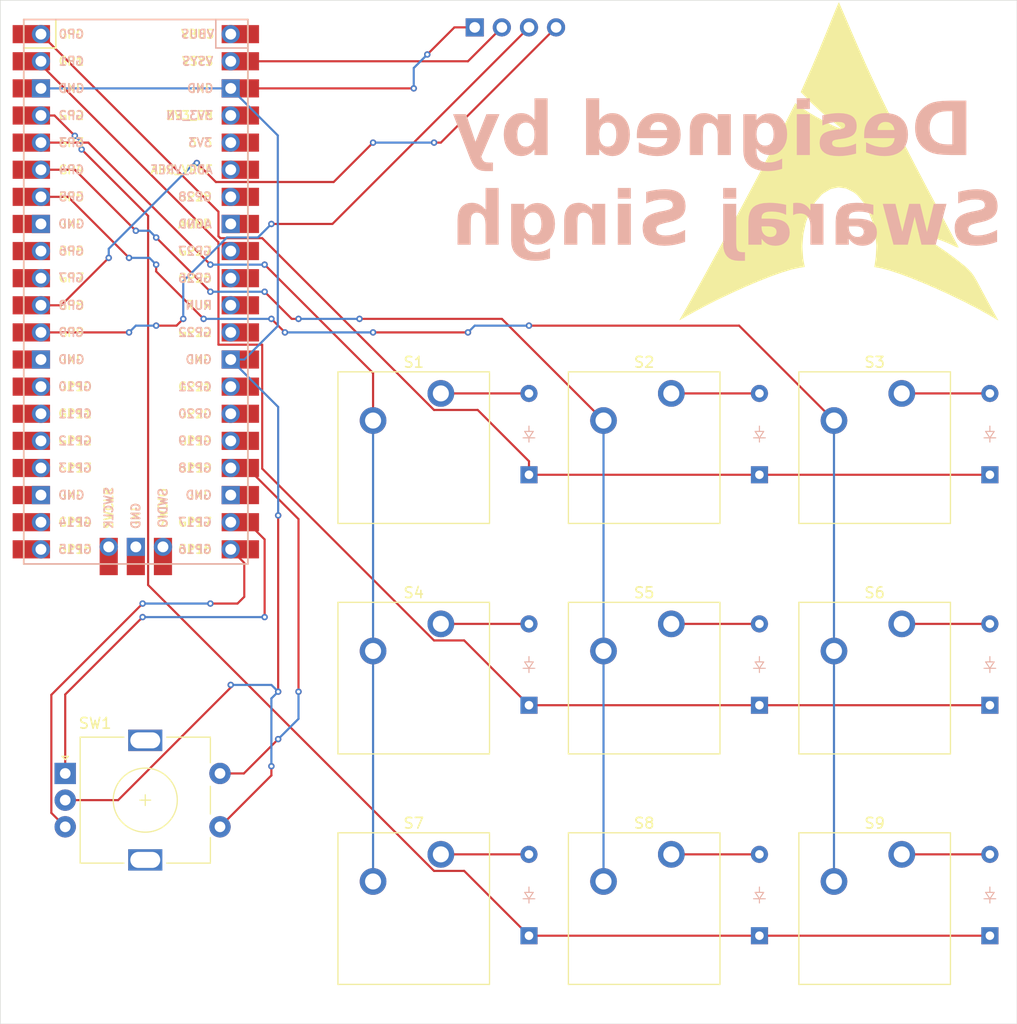
<source format=kicad_pcb>
(kicad_pcb (version 20240108) (generator "pcbnew") (generator_version "8.0")
  (layers (0 "F.Cu" signal) (31 "B.Cu" signal) (34 "B.Paste" user) (35 "F.Paste" user) (36 "B.SilkS" user "B.Silkscreen") (37 "F.SilkS" user "F.Silkscreen") (38 "B.Mask" user) (39 "F.Mask" user) (44 "Edge.Cuts" user))
  (net 0 "")
  (net 1 "Row 0")
  (net 2 "Net-(D1-A)")
  (net 3 "Net-(D2-A)")
  (net 4 "Net-(D3-A)")
  (net 5 "Row 1")
  (net 6 "Net-(D4-A)")
  (net 7 "Net-(D5-A)")
  (net 8 "Net-(D6-A)")
  (net 9 "Net-(D7-A)")
  (net 10 "Row 2")
  (net 11 "Net-(D8-A)")
  (net 12 "Net-(D9-A)")
  (net 13 "Column 0")
  (net 14 "Column 1")
  (net 15 "Column 2")
  (net 16 "SDA")
  (net 21 "GND")
  (net 34 "Button")
  (net 35 "VCC")
  (net 41 "SCL")
  (net 44 "Step")
  (net 46 "Direction")
  (footprint "ScottoKeebs_MX:MX_PCB_1.00u" (layer "F.Cu") (at 147.955 76.2)
    (property "Reference" "S3" (at 0 -8 0) (layer "F.SilkS"))
    (property "Value" "Keyswitch")
    (pad "" np_thru_hole circle (at -5.08 0) (size 1.75 1.75) (drill 1.75) (layers "*.Cu" "*.Mask"))
    (pad "" np_thru_hole circle (at 0 0) (size 4 4) (drill 4) (layers "*.Cu" "*.Mask"))
    (pad "" np_thru_hole circle (at 5.08 0) (size 1.75 1.75) (drill 1.75) (layers "*.Cu" "*.Mask"))
    (pad "1" thru_hole circle (at -3.81 -2.54) (size 2.5 2.5) (drill 1.5) (layers "*.Cu" "*.Mask") (net 15 "Column 2"))
    (pad "2" thru_hole circle (at 2.54 -5.08) (size 2.5 2.5) (drill 1.5) (layers "*.Cu" "*.Mask") (net 4 "Net-(D3-A)"))
  )
  (footprint "ScottoKeebs_MX:MX_PCB_1.00u" (layer "F.Cu") (at 147.955 119.38)
    (property "Reference" "S9" (at 0 -8 0) (layer "F.SilkS"))
    (property "Value" "Keyswitch")
    (pad "" np_thru_hole circle (at -5.08 0) (size 1.75 1.75) (drill 1.75) (layers "*.Cu" "*.Mask"))
    (pad "" np_thru_hole circle (at 0 0) (size 4 4) (drill 4) (layers "*.Cu" "*.Mask"))
    (pad "" np_thru_hole circle (at 5.08 0) (size 1.75 1.75) (drill 1.75) (layers "*.Cu" "*.Mask"))
    (pad "1" thru_hole circle (at -3.81 -2.54) (size 2.5 2.5) (drill 1.5) (layers "*.Cu" "*.Mask") (net 15 "Column 2"))
    (pad "2" thru_hole circle (at 2.54 -5.08) (size 2.5 2.5) (drill 1.5) (layers "*.Cu" "*.Mask") (net 12 "Net-(D9-A)"))
  )
  (footprint "ScottoKeebs_MX:MX_PCB_1.00u" (layer "F.Cu") (at 126.365 97.79)
    (property "Reference" "S5" (at 0 -8 0) (layer "F.SilkS"))
    (property "Value" "Keyswitch")
    (pad "" np_thru_hole circle (at -5.08 0) (size 1.75 1.75) (drill 1.75) (layers "*.Cu" "*.Mask"))
    (pad "" np_thru_hole circle (at 0 0) (size 4 4) (drill 4) (layers "*.Cu" "*.Mask"))
    (pad "" np_thru_hole circle (at 5.08 0) (size 1.75 1.75) (drill 1.75) (layers "*.Cu" "*.Mask"))
    (pad "1" thru_hole circle (at -3.81 -2.54) (size 2.5 2.5) (drill 1.5) (layers "*.Cu" "*.Mask") (net 14 "Column 1"))
    (pad "2" thru_hole circle (at 2.54 -5.08) (size 2.5 2.5) (drill 1.5) (layers "*.Cu" "*.Mask") (net 7 "Net-(D5-A)"))
  )
  (footprint "Rotary_Encoder:RotaryEncoder_Alps_EC11E-Switch_Vertical_H20mm" (layer "F.Cu") (at 72.125 106.72)
    (property "Reference" "SW1" (at 2.8 -4.7 0) (layer "F.SilkS"))
    (property "Value" "RotaryEncoder_Switch")
    (pad "A" thru_hole rect (at 0 0) (size 2 2) (drill 1) (layers "*.Cu" "*.Mask") (net 46 "Direction"))
    (pad "B" thru_hole circle (at 0 5) (size 2 2) (drill 1) (layers "*.Cu" "*.Mask") (net 34 "Button"))
    (pad "C" thru_hole circle (at 0 2.5) (size 2 2) (drill 1) (layers "*.Cu" "*.Mask") (net 21 "GND"))
    (pad "MP" thru_hole rect (at 7.5 -3.1) (size 3.2 2) (drill oval 2.8 1.5) (layers "*.Cu" "*.Mask"))
    (pad "MP" thru_hole rect (at 7.5 8.1) (size 3.2 2) (drill oval 2.8 1.5) (layers "*.Cu" "*.Mask"))
    (pad "S1" thru_hole circle (at 14.5 5) (size 2 2) (drill 1) (layers "*.Cu" "*.Mask") (net 21 "GND"))
    (pad "S2" thru_hole circle (at 14.5 0) (size 2 2) (drill 1) (layers "*.Cu" "*.Mask") (net 44 "Step"))
  )
  (footprint "ScottoKeebs_MX:MX_PCB_1.00u" (layer "F.Cu") (at 126.365 76.2)
    (property "Reference" "S2" (at 0 -8 0) (layer "F.SilkS"))
    (property "Value" "Keyswitch")
    (pad "" np_thru_hole circle (at -5.08 0) (size 1.75 1.75) (drill 1.75) (layers "*.Cu" "*.Mask"))
    (pad "" np_thru_hole circle (at 0 0) (size 4 4) (drill 4) (layers "*.Cu" "*.Mask"))
    (pad "" np_thru_hole circle (at 5.08 0) (size 1.75 1.75) (drill 1.75) (layers "*.Cu" "*.Mask"))
    (pad "1" thru_hole circle (at -3.81 -2.54) (size 2.5 2.5) (drill 1.5) (layers "*.Cu" "*.Mask") (net 14 "Column 1"))
    (pad "2" thru_hole circle (at 2.54 -5.08) (size 2.5 2.5) (drill 1.5) (layers "*.Cu" "*.Mask") (net 3 "Net-(D2-A)"))
  )
  (footprint "ScottoKeebs_MX:MX_PCB_1.00u" (layer "F.Cu") (at 104.775 119.38)
    (property "Reference" "S7" (at 0 -8 0) (layer "F.SilkS"))
    (property "Value" "Keyswitch")
    (pad "" np_thru_hole circle (at -5.08 0) (size 1.75 1.75) (drill 1.75) (layers "*.Cu" "*.Mask"))
    (pad "" np_thru_hole circle (at 0 0) (size 4 4) (drill 4) (layers "*.Cu" "*.Mask"))
    (pad "" np_thru_hole circle (at 5.08 0) (size 1.75 1.75) (drill 1.75) (layers "*.Cu" "*.Mask"))
    (pad "1" thru_hole circle (at -3.81 -2.54) (size 2.5 2.5) (drill 1.5) (layers "*.Cu" "*.Mask") (net 13 "Column 0"))
    (pad "2" thru_hole circle (at 2.54 -5.08) (size 2.5 2.5) (drill 1.5) (layers "*.Cu" "*.Mask") (net 9 "Net-(D7-A)"))
  )
  (footprint "ScottoKeebs_MX:MX_PCB_1.00u" (layer "F.Cu") (at 104.775 76.2)
    (property "Reference" "S1" (at 0 -8 0) (layer "F.SilkS"))
    (property "Value" "Keyswitch")
    (pad "" np_thru_hole circle (at -5.08 0) (size 1.75 1.75) (drill 1.75) (layers "*.Cu" "*.Mask"))
    (pad "" np_thru_hole circle (at 0 0) (size 4 4) (drill 4) (layers "*.Cu" "*.Mask"))
    (pad "" np_thru_hole circle (at 5.08 0) (size 1.75 1.75) (drill 1.75) (layers "*.Cu" "*.Mask"))
    (pad "1" thru_hole circle (at -3.81 -2.54) (size 2.5 2.5) (drill 1.5) (layers "*.Cu" "*.Mask") (net 13 "Column 0"))
    (pad "2" thru_hole circle (at 2.54 -5.08) (size 2.5 2.5) (drill 1.5) (layers "*.Cu" "*.Mask") (net 2 "Net-(D1-A)"))
  )
  (footprint "ScottoKeebs_Components:OLED_128x64" (layer "F.Cu") (at 114.3 36.83)
    (property "Reference" "J1" (hide yes))
    (property "Value" "OLED_128x64")
    (pad "1" thru_hole rect (at -3.81 0 90) (size 1.7 1.7) (drill 1) (layers "*.Cu" "*.Mask") (net 21 "GND"))
    (pad "2" thru_hole oval (at -1.27 0 90) (size 1.7 1.7) (drill 1) (layers "*.Cu" "*.Mask") (net 35 "VCC"))
    (pad "3" thru_hole oval (at 1.27 0 90) (size 1.7 1.7) (drill 1) (layers "*.Cu" "*.Mask") (net 41 "SCL"))
    (pad "4" thru_hole oval (at 3.81 0 90) (size 1.7 1.7) (drill 1) (layers "*.Cu" "*.Mask") (net 16 "SDA"))
  )
  (footprint "ScottoKeebs_MX:MX_PCB_1.00u" (layer "F.Cu") (at 104.775 97.79)
    (property "Reference" "S4" (at 0 -8 0) (layer "F.SilkS"))
    (property "Value" "Keyswitch")
    (pad "" np_thru_hole circle (at -5.08 0) (size 1.75 1.75) (drill 1.75) (layers "*.Cu" "*.Mask"))
    (pad "" np_thru_hole circle (at 0 0) (size 4 4) (drill 4) (layers "*.Cu" "*.Mask"))
    (pad "" np_thru_hole circle (at 5.08 0) (size 1.75 1.75) (drill 1.75) (layers "*.Cu" "*.Mask"))
    (pad "1" thru_hole circle (at -3.81 -2.54) (size 2.5 2.5) (drill 1.5) (layers "*.Cu" "*.Mask") (net 13 "Column 0"))
    (pad "2" thru_hole circle (at 2.54 -5.08) (size 2.5 2.5) (drill 1.5) (layers "*.Cu" "*.Mask") (net 6 "Net-(D4-A)"))
  )
  (footprint "Graphics:archh" (layer "F.Cu") (at 144.526 49.276)
    (property "Reference" "G***" (hide yes))
    (property "Value" "LOGO" (hide yes))
  )
  (footprint "ScottoKeebs_MX:MX_PCB_1.00u" (layer "F.Cu") (at 147.955 97.79)
    (property "Reference" "S6" (at 0 -8 0) (layer "F.SilkS"))
    (property "Value" "Keyswitch")
    (pad "" np_thru_hole circle (at -5.08 0) (size 1.75 1.75) (drill 1.75) (layers "*.Cu" "*.Mask"))
    (pad "" np_thru_hole circle (at 0 0) (size 4 4) (drill 4) (layers "*.Cu" "*.Mask"))
    (pad "" np_thru_hole circle (at 5.08 0) (size 1.75 1.75) (drill 1.75) (layers "*.Cu" "*.Mask"))
    (pad "1" thru_hole circle (at -3.81 -2.54) (size 2.5 2.5) (drill 1.5) (layers "*.Cu" "*.Mask") (net 15 "Column 2"))
    (pad "2" thru_hole circle (at 2.54 -5.08) (size 2.5 2.5) (drill 1.5) (layers "*.Cu" "*.Mask") (net 8 "Net-(D6-A)"))
  )
  (footprint "ScottoKeebs_MX:MX_PCB_1.00u" (layer "F.Cu") (at 126.365 119.38)
    (property "Reference" "S8" (at 0 -8 0) (layer "F.SilkS"))
    (property "Value" "Keyswitch")
    (pad "" np_thru_hole circle (at -5.08 0) (size 1.75 1.75) (drill 1.75) (layers "*.Cu" "*.Mask"))
    (pad "" np_thru_hole circle (at 0 0) (size 4 4) (drill 4) (layers "*.Cu" "*.Mask"))
    (pad "" np_thru_hole circle (at 5.08 0) (size 1.75 1.75) (drill 1.75) (layers "*.Cu" "*.Mask"))
    (pad "1" thru_hole circle (at -3.81 -2.54) (size 2.5 2.5) (drill 1.5) (layers "*.Cu" "*.Mask") (net 14 "Column 1"))
    (pad "2" thru_hole circle (at 2.54 -5.08) (size 2.5 2.5) (drill 1.5) (layers "*.Cu" "*.Mask") (net 11 "Net-(D8-A)"))
  )
  (footprint "ScottoKeebs_MCU:Raspberry_Pi_Pico" (layer "F.Cu") (at 78.74 61.595)
    (property "Reference" "U1" (hide yes))
    (property "Value" "Raspberry_Pi_Pico" (hide yes))
    (fp_text user "GP0" (at -6.04 -24.13 0) (layer "B.SilkS") (effects (font (size 0.8 0.8)) (justify mirror)))
    (fp_text user "3V3" (at 6.04 -13.97 0) (layer "B.SilkS") (effects (font (size 0.8 0.8)) (justify mirror)))
    (fp_text user "SWDIO" (at 2.54 20.25 90) (layer "B.SilkS") (effects (font (size 0.8 0.8)) (justify mirror)))
    (fp_text user "GP10" (at -5.69 8.89 0) (layer "B.SilkS") (effects (font (size 0.8 0.8)) (justify mirror)))
    (fp_text user "GP2" (at -6.04 -16.51 0) (layer "B.SilkS") (effects (font (size 0.8 0.8)) (justify mirror)))
    (fp_text user "GP14" (at -5.69 21.59 0) (layer "B.SilkS") (effects (font (size 0.8 0.8)) (justify mirror)))
    (fp_text user "GP22" (at 5.54 3.81 0) (layer "B.SilkS") (effects (font (size 0.8 0.8)) (justify mirror)))
    (fp_text user "GP4" (at -6.04 -11.43 0) (layer "B.SilkS") (effects (font (size 0.8 0.8)) (justify mirror)))
    (fp_text user "GP12" (at -5.69 13.97 0) (layer "B.SilkS") (effects (font (size 0.8 0.8)) (justify mirror)))
    (fp_text user "GP18" (at 5.54 16.51 0) (layer "B.SilkS") (effects (font (size 0.8 0.8)) (justify mirror)))
    (fp_text user "GND" (at 6.04 -19.05 0) (layer "B.SilkS") (effects (font (size 0.8 0.8)) (justify mirror)))
    (fp_text user "3V3_EN" (at 5.04 -16.51 0) (layer "B.SilkS") (effects (font (size 0.8 0.8)) (justify mirror)))
    (fp_text user "GP15" (at -5.69 24.13 0) (layer "B.SilkS") (effects (font (size 0.8 0.8)) (justify mirror)))
    (fp_text user "SWCLK" (at -2.54 20.25 90) (layer "B.SilkS") (effects (font (size 0.8 0.8)) (justify mirror)))
    (fp_text user "GND" (at -6.04 19.05 0) (layer "B.SilkS") (effects (font (size 0.8 0.8)) (justify mirror)))
    (fp_text user "GP26" (at 5.54 -1.27 0) (layer "B.SilkS") (effects (font (size 0.8 0.8)) (justify mirror)))
    (fp_text user "GP9" (at -6.04 3.81 0) (layer "B.SilkS") (effects (font (size 0.8 0.8)) (justify mirror)))
    (fp_text user "GP8" (at -6.04 1.27 0) (layer "B.SilkS") (effects (font (size 0.8 0.8)) (justify mirror)))
    (fp_text user "GND" (at 5.89 19.05 0) (layer "B.SilkS") (effects (font (size 0.8 0.8)) (justify mirror)))
    (fp_text user "GP7" (at -6.04 -1.3 0) (layer "B.SilkS") (effects (font (size 0.8 0.8)) (justify mirror)))
    (fp_text user "RUN" (at 5.89 1.27 0) (layer "B.SilkS") (effects (font (size 0.8 0.8)) (justify mirror)))
    (fp_text user "GP19" (at 5.54 13.97 0) (layer "B.SilkS") (effects (font (size 0.8 0.8)) (justify mirror)))
    (fp_text user "GP21" (at 5.54 8.9 0) (layer "B.SilkS") (effects (font (size 0.8 0.8)) (justify mirror)))
    (fp_text user "ADC_VREF" (at 4.29 -11.43 0) (layer "B.SilkS") (effects (font (size 0.8 0.8)) (justify mirror)))
    (fp_text user "GP27" (at 5.54 -3.8 0) (layer "B.SilkS") (effects (font (size 0.8 0.8)) (justify mirror)))
    (fp_text user "GND" (at 5.89 6.35 0) (layer "B.SilkS") (effects (font (size 0.8 0.8)) (justify mirror)))
    (fp_text user "GND" (at 0 21 90) (layer "B.SilkS") (effects (font (size 0.8 0.8)) (justify mirror)))
    (fp_text user "GP1" (at -6.04 -21.6 0) (layer "B.SilkS") (effects (font (size 0.8 0.8)) (justify mirror)))
    (fp_text user "GP6" (at -6.04 -3.81 0) (layer "B.SilkS") (effects (font (size 0.8 0.8)) (justify mirror)))
    (fp_text user "VBUS" (at 5.79 -24.13 0) (layer "B.SilkS") (effects (font (size 0.8 0.8)) (justify mirror)))
    (fp_text user "GP11" (at -5.69 11.43 0) (layer "B.SilkS") (effects (font (size 0.8 0.8)) (justify mirror)))
    (fp_text user "GP13" (at -5.69 16.51 0) (layer "B.SilkS") (effects (font (size 0.8 0.8)) (justify mirror)))
    (fp_text user "VSYS" (at 5.79 -21.59 0) (layer "B.SilkS") (effects (font (size 0.8 0.8)) (justify mirror)))
    (fp_text user "AGND" (at 5.54 -6.35 0) (layer "B.SilkS") (effects (font (size 0.8 0.8)) (justify mirror)))
    (fp_text user "GP28" (at 5.54 -8.89 0) (layer "B.SilkS") (effects (font (size 0.8 0.8)) (justify mirror)))
    (fp_text user "GP20" (at 5.54 11.43 0) (layer "B.SilkS") (effects (font (size 0.8 0.8)) (justify mirror)))
    (fp_text user "GP16" (at 5.54 24.13 0) (layer "B.SilkS") (effects (font (size 0.8 0.8)) (justify mirror)))
    (fp_text user "GP3" (at -6.04 -13.97 0) (layer "B.SilkS") (effects (font (size 0.8 0.8)) (justify mirror)))
    (fp_text user "GND" (at -6.04 6.35 0) (layer "B.SilkS") (effects (font (size 0.8 0.8)) (justify mirror)))
    (fp_text user "GP17" (at 5.54 21.59 0) (layer "B.SilkS") (effects (font (size 0.8 0.8)) (justify mirror)))
    (fp_text user "GND" (at -6.04 -6.35 0) (layer "B.SilkS") (effects (font (size 0.8 0.8)) (justify mirror)))
    (fp_text user "GND" (at -6.04 -19.05 0) (layer "B.SilkS") (effects (font (size 0.8 0.8)) (justify mirror)))
    (fp_text user "GP5" (at -6.04 -8.89 0) (layer "B.SilkS") (effects (font (size 0.8 0.8)) (justify mirror)))
    (fp_text user "GND" (at -6.04 19.05 0) (layer "F.SilkS") (effects (font (size 0.8 0.8))))
    (fp_text user "GND" (at -6.04 6.35 0) (layer "F.SilkS") (effects (font (size 0.8 0.8))))
    (fp_text user "GP3" (at -6.04 -13.97 0) (layer "F.SilkS") (effects (font (size 0.8 0.8))))
    (fp_text user "GP28" (at 5.54 -8.89 0) (layer "F.SilkS") (effects (font (size 0.8 0.8))))
    (fp_text user "GP10" (at -5.69 8.89 0) (layer "F.SilkS") (effects (font (size 0.8 0.8))))
    (fp_text user "SWCLK" (at -2.54 20.25 90) (layer "F.SilkS") (effects (font (size 0.8 0.8))))
    (fp_text user "GP5" (at -6.04 -8.89 0) (layer "F.SilkS") (effects (font (size 0.8 0.8))))
    (fp_text user "GP26" (at 5.54 -1.27 0) (layer "F.SilkS") (effects (font (size 0.8 0.8))))
    (fp_text user "GND" (at 5.89 6.35 0) (layer "F.SilkS") (effects (font (size 0.8 0.8))))
    (fp_text user "GP8" (at -6.04 1.27 0) (layer "F.SilkS") (effects (font (size 0.8 0.8))))
    (fp_text user "GND" (at 0 21 90) (layer "F.SilkS") (effects (font (size 0.8 0.8))))
    (fp_text user "GND" (at 5.89 19.05 0) (layer "F.SilkS") (effects (font (size 0.8 0.8))))
    (fp_text user "GP12" (at -5.69 13.97 0) (layer "F.SilkS") (effects (font (size 0.8 0.8))))
    (fp_text user "RUN" (at 5.89 1.27 0) (layer "F.SilkS") (effects (font (size 0.8 0.8))))
    (fp_text user "GP13" (at -5.69 16.51 0) (layer "F.SilkS") (effects (font (size 0.8 0.8))))
    (fp_text user "GP21" (at 5.54 8.9 0) (layer "F.SilkS") (effects (font (size 0.8 0.8))))
    (fp_text user "3V3_EN" (at 5.04 -16.51 0) (layer "F.SilkS") (effects (font (size 0.8 0.8))))
    (fp_text user "GP6" (at -6.04 -3.81 0) (layer "F.SilkS") (effects (font (size 0.8 0.8))))
    (fp_text user "GP0" (at -6.04 -24.13 0) (layer "F.SilkS") (effects (font (size 0.8 0.8))))
    (fp_text user "VBUS" (at 5.79 -24.13 0) (layer "F.SilkS") (effects (font (size 0.8 0.8))))
    (fp_text user "SWDIO" (at 2.54 20.25 90) (layer "F.SilkS") (effects (font (size 0.8 0.8))))
    (fp_text user "GND" (at -6.04 -6.35 0) (layer "F.SilkS") (effects (font (size 0.8 0.8))))
    (fp_text user "GP1" (at -6.04 -21.6 0) (layer "F.SilkS") (effects (font (size 0.8 0.8))))
    (fp_text user "GP4" (at -6.04 -11.43 0) (layer "F.SilkS") (effects (font (size 0.8 0.8))))
    (fp_text user "GP9" (at -6.04 3.81 0) (layer "F.SilkS") (effects (font (size 0.8 0.8))))
    (fp_text user "GP20" (at 5.54 11.43 0) (layer "F.SilkS") (effects (font (size 0.8 0.8))))
    (fp_text user "GP17" (at 5.54 21.59 0) (layer "F.SilkS") (effects (font (size 0.8 0.8))))
    (fp_text user "GP11" (at -5.69 11.43 0) (layer "F.SilkS") (effects (font (size 0.8 0.8))))
    (fp_text user "GP15" (at -5.69 24.13 0) (layer "F.SilkS") (effects (font (size 0.8 0.8))))
    (fp_text user "GND" (at -6.04 -19.05 0) (layer "F.SilkS") (effects (font (size 0.8 0.8))))
    (fp_text user "3V3" (at 6.04 -13.97 0) (layer "F.SilkS") (effects (font (size 0.8 0.8))))
    (fp_text user "VSYS" (at 5.79 -21.59 0) (layer "F.SilkS") (effects (font (size 0.8 0.8))))
    (fp_text user "GP16" (at 5.54 24.13 0) (layer "F.SilkS") (effects (font (size 0.8 0.8))))
    (fp_text user "ADC_VREF" (at 4.29 -11.43 0) (layer "F.SilkS") (effects (font (size 0.8 0.8))))
    (fp_text user "GP19" (at 5.54 13.97 0) (layer "F.SilkS") (effects (font (size 0.8 0.8))))
    (fp_text user "GP22" (at 5.54 3.81 0) (layer "F.SilkS") (effects (font (size 0.8 0.8))))
    (fp_text user "GP2" (at -6.04 -16.51 0) (layer "F.SilkS") (effects (font (size 0.8 0.8))))
    (fp_text user "GP14" (at -5.69 21.59 0) (layer "F.SilkS") (effects (font (size 0.8 0.8))))
    (fp_text user "GND" (at 6.04 -19.05 0) (layer "F.SilkS") (effects (font (size 0.8 0.8))))
    (fp_text user "GP27" (at 5.54 -3.8 0) (layer "F.SilkS") (effects (font (size 0.8 0.8))))
    (fp_text user "GP7" (at -6.04 -1.3 0) (layer "F.SilkS") (effects (font (size 0.8 0.8))))
    (fp_text user "AGND" (at 5.54 -6.35 0) (layer "F.SilkS") (effects (font (size 0.8 0.8))))
    (fp_text user "GP18" (at 5.54 16.51 0) (layer "F.SilkS") (effects (font (size 0.8 0.8))))
    (pad "1" thru_hole oval (at -8.89 -24.13) (size 1.7 1.7) (drill 1.02) (layers "*.Cu" "*.Mask") (net 1 "Row 0"))
    (pad "1" smd rect (at -8.89 -24.13) (size 3.5 1.7) (drill (offset -0.9 0)) (layers "F.Cu" "F.Mask") (net 1 "Row 0"))
    (pad "2" thru_hole oval (at -8.89 -21.59) (size 1.7 1.7) (drill 1.02) (layers "*.Cu" "*.Mask") (net 5 "Row 1"))
    (pad "2" smd rect (at -8.89 -21.59) (size 3.5 1.7) (drill (offset -0.9 0)) (layers "F.Cu" "F.Mask") (net 5 "Row 1"))
    (pad "3" thru_hole rect (at -8.89 -19.05) (size 1.7 1.7) (drill 1.02) (layers "*.Cu" "*.Mask") (net 21 "GND"))
    (pad "3" smd rect (at -8.89 -19.05) (size 3.5 1.7) (drill (offset -0.9 0)) (layers "F.Cu" "F.Mask") (net 21 "GND"))
    (pad "4" thru_hole oval (at -8.89 -16.51) (size 1.7 1.7) (drill 1.02) (layers "*.Cu" "*.Mask") (net 10 "Row 2"))
    (pad "4" smd rect (at -8.89 -16.51) (size 3.5 1.7) (drill (offset -0.9 0)) (layers "F.Cu" "F.Mask") (net 10 "Row 2"))
    (pad "5" thru_hole oval (at -8.89 -13.97) (size 1.7 1.7) (drill 1.02) (layers "*.Cu" "*.Mask") (net 13 "Column 0"))
    (pad "5" smd rect (at -8.89 -13.97) (size 3.5 1.7) (drill (offset -0.9 0)) (layers "F.Cu" "F.Mask") (net 13 "Column 0"))
    (pad "6" thru_hole oval (at -8.89 -11.43) (size 1.7 1.7) (drill 1.02) (layers "*.Cu" "*.Mask") (net 14 "Column 1"))
    (pad "6" smd rect (at -8.89 -11.43) (size 3.5 1.7) (drill (offset -0.9 0)) (layers "F.Cu" "F.Mask") (net 14 "Column 1"))
    (pad "7" thru_hole oval (at -8.89 -8.89) (size 1.7 1.7) (drill 1.02) (layers "*.Cu" "*.Mask") (net 15 "Column 2"))
    (pad "7" smd rect (at -8.89 -8.89) (size 3.5 1.7) (drill (offset -0.9 0)) (layers "F.Cu" "F.Mask") (net 15 "Column 2"))
    (pad "8" thru_hole rect (at -8.89 -6.35) (size 1.7 1.7) (drill 1.02) (layers "*.Cu" "*.Mask"))
    (pad "8" smd rect (at -8.89 -6.35) (size 3.5 1.7) (drill (offset -0.9 0)) (layers "F.Cu" "F.Mask"))
    (pad "9" thru_hole oval (at -8.89 -3.81) (size 1.7 1.7) (drill 1.02) (layers "*.Cu" "*.Mask"))
    (pad "9" smd rect (at -8.89 -3.81) (size 3.5 1.7) (drill (offset -0.9 0)) (layers "F.Cu" "F.Mask"))
    (pad "10" thru_hole oval (at -8.89 -1.27) (size 1.7 1.7) (drill 1.02) (layers "*.Cu" "*.Mask"))
    (pad "10" smd rect (at -8.89 -1.27) (size 3.5 1.7) (drill (offset -0.9 0)) (layers "F.Cu" "F.Mask"))
    (pad "11" thru_hole oval (at -8.89 1.27) (size 1.7 1.7) (drill 1.02) (layers "*.Cu" "*.Mask") (net 16 "SDA"))
    (pad "11" smd rect (at -8.89 1.27) (size 3.5 1.7) (drill (offset -0.9 0)) (layers "F.Cu" "F.Mask") (net 16 "SDA"))
    (pad "12" thru_hole oval (at -8.89 3.81) (size 1.7 1.7) (drill 1.02) (layers "*.Cu" "*.Mask") (net 41 "SCL"))
    (pad "12" smd rect (at -8.89 3.81) (size 3.5 1.7) (drill (offset -0.9 0)) (layers "F.Cu" "F.Mask") (net 41 "SCL"))
    (pad "13" thru_hole rect (at -8.89 6.35) (size 1.7 1.7) (drill 1.02) (layers "*.Cu" "*.Mask"))
    (pad "13" smd rect (at -8.89 6.35) (size 3.5 1.7) (drill (offset -0.9 0)) (layers "F.Cu" "F.Mask"))
    (pad "14" thru_hole oval (at -8.89 8.89) (size 1.7 1.7) (drill 1.02) (layers "*.Cu" "*.Mask"))
    (pad "14" smd rect (at -8.89 8.89) (size 3.5 1.7) (drill (offset -0.9 0)) (layers "F.Cu" "F.Mask"))
    (pad "15" thru_hole oval (at -8.89 11.43) (size 1.7 1.7) (drill 1.02) (layers "*.Cu" "*.Mask"))
    (pad "15" smd rect (at -8.89 11.43) (size 3.5 1.7) (drill (offset -0.9 0)) (layers "F.Cu" "F.Mask"))
    (pad "16" thru_hole oval (at -8.89 13.97) (size 1.7 1.7) (drill 1.02) (layers "*.Cu" "*.Mask"))
    (pad "16" smd rect (at -8.89 13.97) (size 3.5 1.7) (drill (offset -0.9 0)) (layers "F.Cu" "F.Mask"))
    (pad "17" thru_hole oval (at -8.89 16.51) (size 1.7 1.7) (drill 1.02) (layers "*.Cu" "*.Mask"))
    (pad "17" smd rect (at -8.89 16.51) (size 3.5 1.7) (drill (offset -0.9 0)) (layers "F.Cu" "F.Mask"))
    (pad "18" thru_hole rect (at -8.89 19.05) (size 1.7 1.7) (drill 1.02) (layers "*.Cu" "*.Mask"))
    (pad "18" smd rect (at -8.89 19.05) (size 3.5 1.7) (drill (offset -0.9 0)) (layers "F.Cu" "F.Mask"))
    (pad "19" thru_hole oval (at -8.89 21.59) (size 1.7 1.7) (drill 1.02) (layers "*.Cu" "*.Mask"))
    (pad "19" smd rect (at -8.89 21.59) (size 3.5 1.7) (drill (offset -0.9 0)) (layers "F.Cu" "F.Mask"))
    (pad "20" thru_hole oval (at -8.89 24.13) (size 1.7 1.7) (drill 1.02) (layers "*.Cu" "*.Mask"))
    (pad "20" smd rect (at -8.89 24.13) (size 3.5 1.7) (drill (offset -0.9 0)) (layers "F.Cu" "F.Mask"))
    (pad "21" thru_hole oval (at 8.89 24.13) (size 1.7 1.7) (drill 1.02) (layers "*.Cu" "*.Mask") (net 34 "Button"))
    (pad "21" smd rect (at 8.89 24.13) (size 3.5 1.7) (drill (offset 0.9 0)) (layers "F.Cu" "F.Mask") (net 34 "Button"))
    (pad "22" thru_hole oval (at 8.89 21.59) (size 1.7 1.7) (drill 1.02) (layers "*.Cu" "*.Mask") (net 46 "Direction"))
    (pad "22" smd rect (at 8.89 21.59) (size 3.5 1.7) (drill (offset 0.9 0)) (layers "F.Cu" "F.Mask") (net 46 "Direction"))
    (pad "23" thru_hole rect (at 8.89 19.05) (size 1.7 1.7) (drill 1.02) (layers "*.Cu" "*.Mask"))
    (pad "23" smd rect (at 8.89 19.05) (size 3.5 1.7) (drill (offset 0.9 0)) (layers "F.Cu" "F.Mask"))
    (pad "24" thru_hole oval (at 8.89 16.51) (size 1.7 1.7) (drill 1.02) (layers "*.Cu" "*.Mask") (net 44 "Step"))
    (pad "24" smd rect (at 8.89 16.51) (size 3.5 1.7) (drill (offset 0.9 0)) (layers "F.Cu" "F.Mask") (net 44 "Step"))
    (pad "25" thru_hole oval (at 8.89 13.97) (size 1.7 1.7) (drill 1.02) (layers "*.Cu" "*.Mask"))
    (pad "25" smd rect (at 8.89 13.97) (size 3.5 1.7) (drill (offset 0.9 0)) (layers "F.Cu" "F.Mask"))
    (pad "26" thru_hole oval (at 8.89 11.43) (size 1.7 1.7) (drill 1.02) (layers "*.Cu" "*.Mask"))
    (pad "26" smd rect (at 8.89 11.43) (size 3.5 1.7) (drill (offset 0.9 0)) (layers "F.Cu" "F.Mask"))
    (pad "27" thru_hole oval (at 8.89 8.89) (size 1.7 1.7) (drill 1.02) (layers "*.Cu" "*.Mask"))
    (pad "27" smd rect (at 8.89 8.89) (size 3.5 1.7) (drill (offset 0.9 0)) (layers "F.Cu" "F.Mask"))
    (pad "28" thru_hole rect (at 8.89 6.35) (size 1.7 1.7) (drill 1.02) (layers "*.Cu" "*.Mask") (net 21 "GND"))
    (pad "28" smd rect (at 8.89 6.35) (size 3.5 1.7) (drill (offset 0.9 0)) (layers "F.Cu" "F.Mask") (net 21 "GND"))
    (pad "29" thru_hole oval (at 8.89 3.81) (size 1.7 1.7) (drill 1.02) (layers "*.Cu" "*.Mask"))
    (pad "29" smd rect (at 8.89 3.81) (size 3.5 1.7) (drill (offset 0.9 0)) (layers "F.Cu" "F.Mask"))
    (pad "30" thru_hole oval (at 8.89 1.27) (size 1.7 1.7) (drill 1.02) (layers "*.Cu" "*.Mask"))
    (pad "30" smd rect (at 8.89 1.27) (size 3.5 1.7) (drill (offset 0.9 0)) (layers "F.Cu" "F.Mask"))
    (pad "31" thru_hole oval (at 8.89 -1.27) (size 1.7 1.7) (drill 1.02) (layers "*.Cu" "*.Mask"))
    (pad "31" smd rect (at 8.89 -1.27) (size 3.5 1.7) (drill (offset 0.9 0)) (layers "F.Cu" "F.Mask"))
    (pad "32" thru_hole oval (at 8.89 -3.81) (size 1.7 1.7) (drill 1.02) (layers "*.Cu" "*.Mask"))
    (pad "32" smd rect (at 8.89 -3.81) (size 3.5 1.7) (drill (offset 0.9 0)) (layers "F.Cu" "F.Mask"))
    (pad "33" thru_hole rect (at 8.89 -6.35) (size 1.7 1.7) (drill 1.02) (layers "*.Cu" "*.Mask"))
    (pad "33" smd rect (at 8.89 -6.35) (size 3.5 1.7) (drill (offset 0.9 0)) (layers "F.Cu" "F.Mask"))
    (pad "34" thru_hole oval (at 8.89 -8.89) (size 1.7 1.7) (drill 1.02) (layers "*.Cu" "*.Mask"))
    (pad "34" smd rect (at 8.89 -8.89) (size 3.5 1.7) (drill (offset 0.9 0)) (layers "F.Cu" "F.Mask"))
    (pad "35" thru_hole oval (at 8.89 -11.43) (size 1.7 1.7) (drill 1.02) (layers "*.Cu" "*.Mask"))
    (pad "35" smd rect (at 8.89 -11.43) (size 3.5 1.7) (drill (offset 0.9 0)) (layers "F.Cu" "F.Mask"))
    (pad "36" thru_hole oval (at 8.89 -13.97) (size 1.7 1.7) (drill 1.02) (layers "*.Cu" "*.Mask"))
    (pad "36" smd rect (at 8.89 -13.97) (size 3.5 1.7) (drill (offset 0.9 0)) (layers "F.Cu" "F.Mask"))
    (pad "37" thru_hole oval (at 8.89 -16.51) (size 1.7 1.7) (drill 1.02) (layers "*.Cu" "*.Mask"))
    (pad "37" smd rect (at 8.89 -16.51) (size 3.5 1.7) (drill (offset 0.9 0)) (layers "F.Cu" "F.Mask"))
    (pad "38" thru_hole rect (at 8.89 -19.05) (size 1.7 1.7) (drill 1.02) (layers "*.Cu" "*.Mask") (net 21 "GND"))
    (pad "38" smd rect (at 8.89 -19.05) (size 3.5 1.7) (drill (offset 0.9 0)) (layers "F.Cu" "F.Mask") (net 21 "GND"))
    (pad "39" thru_hole oval (at 8.89 -21.59) (size 1.7 1.7) (drill 1.02) (layers "*.Cu" "*.Mask") (net 35 "VCC"))
    (pad "39" smd rect (at 8.89 -21.59) (size 3.5 1.7) (drill (offset 0.9 0)) (layers "F.Cu" "F.Mask") (net 35 "VCC"))
    (pad "40" thru_hole oval (at 8.89 -24.13) (size 1.7 1.7) (drill 1.02) (layers "*.Cu" "*.Mask"))
    (pad "40" smd rect (at 8.89 -24.13) (size 3.5 1.7) (drill (offset 0.9 0)) (layers "F.Cu" "F.Mask"))
    (pad "41" thru_hole oval (at -2.54 23.9) (size 1.7 1.7) (drill 1.02) (layers "*.Cu" "*.Mask"))
    (pad "41" smd rect (at -2.54 23.9 90) (size 3.5 1.7) (drill (offset -0.9 0)) (layers "F.Cu" "F.Mask"))
    (pad "42" thru_hole rect (at 0 23.9) (size 1.7 1.7) (drill 1.02) (layers "*.Cu" "*.Mask"))
    (pad "42" smd rect (at 0 23.9 90) (size 3.5 1.7) (drill (offset -0.9 0)) (layers "F.Cu" "F.Mask"))
    (pad "43" thru_hole oval (at 2.54 23.9) (size 1.7 1.7) (drill 1.02) (layers "*.Cu" "*.Mask"))
    (pad "43" smd rect (at 2.54 23.9 90) (size 3.5 1.7) (drill (offset -0.9 0)) (layers "F.Cu" "F.Mask"))
  )
  (footprint "ScottoKeebs_Components:Diode_DO-35" (layer "B.Cu") (at 115.57 78.74 90)
    (property "Reference" "D1" (hide yes))
    (property "Value" "Diode" (hide yes))
    (pad "1" thru_hole rect (at 0 0 90) (size 1.6 1.6) (drill 0.8) (layers "*.Cu" "*.Mask") (net 1 "Row 0"))
    (pad "2" thru_hole oval (at 7.62 0 90) (size 1.6 1.6) (drill 0.8) (layers "*.Cu" "*.Mask") (net 2 "Net-(D1-A)"))
  )
  (footprint "ScottoKeebs_Components:Diode_DO-35" (layer "B.Cu") (at 115.57 100.33 90)
    (property "Reference" "D4" (hide yes))
    (property "Value" "Diode" (hide yes))
    (pad "1" thru_hole rect (at 0 0 90) (size 1.6 1.6) (drill 0.8) (layers "*.Cu" "*.Mask") (net 5 "Row 1"))
    (pad "2" thru_hole oval (at 7.62 0 90) (size 1.6 1.6) (drill 0.8) (layers "*.Cu" "*.Mask") (net 6 "Net-(D4-A)"))
  )
  (footprint "ScottoKeebs_Components:Diode_DO-35" (layer "B.Cu") (at 158.75 100.33 90)
    (property "Reference" "D6" (hide yes))
    (property "Value" "Diode" (hide yes))
    (pad "1" thru_hole rect (at 0 0 90) (size 1.6 1.6) (drill 0.8) (layers "*.Cu" "*.Mask") (net 5 "Row 1"))
    (pad "2" thru_hole oval (at 7.62 0 90) (size 1.6 1.6) (drill 0.8) (layers "*.Cu" "*.Mask") (net 8 "Net-(D6-A)"))
  )
  (footprint "ScottoKeebs_Components:Diode_DO-35" (layer "B.Cu") (at 137.16 121.92 90)
    (property "Reference" "D8" (hide yes))
    (property "Value" "Diode" (hide yes))
    (pad "1" thru_hole rect (at 0 0 90) (size 1.6 1.6) (drill 0.8) (layers "*.Cu" "*.Mask") (net 10 "Row 2"))
    (pad "2" thru_hole oval (at 7.62 0 90) (size 1.6 1.6) (drill 0.8) (layers "*.Cu" "*.Mask") (net 11 "Net-(D8-A)"))
  )
  (footprint "ScottoKeebs_Components:Diode_DO-35" (layer "B.Cu") (at 115.57 121.92 90)
    (property "Reference" "D7" (hide yes))
    (property "Value" "Diode" (hide yes))
    (pad "1" thru_hole rect (at 0 0 90) (size 1.6 1.6) (drill 0.8) (layers "*.Cu" "*.Mask") (net 10 "Row 2"))
    (pad "2" thru_hole oval (at 7.62 0 90) (size 1.6 1.6) (drill 0.8) (layers "*.Cu" "*.Mask") (net 9 "Net-(D7-A)"))
  )
  (footprint "ScottoKeebs_Components:Diode_DO-35" (layer "B.Cu") (at 137.16 100.33 90)
    (property "Reference" "D5" (hide yes))
    (property "Value" "Diode" (hide yes))
    (pad "1" thru_hole rect (at 0 0 90) (size 1.6 1.6) (drill 0.8) (layers "*.Cu" "*.Mask") (net 5 "Row 1"))
    (pad "2" thru_hole oval (at 7.62 0 90) (size 1.6 1.6) (drill 0.8) (layers "*.Cu" "*.Mask") (net 7 "Net-(D5-A)"))
  )
  (footprint "ScottoKeebs_Components:Diode_DO-35" (layer "B.Cu") (at 158.75 78.74 90)
    (property "Reference" "D3" (hide yes))
    (property "Value" "Diode" (hide yes))
    (pad "1" thru_hole rect (at 0 0 90) (size 1.6 1.6) (drill 0.8) (layers "*.Cu" "*.Mask") (net 1 "Row 0"))
    (pad "2" thru_hole oval (at 7.62 0 90) (size 1.6 1.6) (drill 0.8) (layers "*.Cu" "*.Mask") (net 4 "Net-(D3-A)"))
  )
  (footprint "ScottoKeebs_Components:Diode_DO-35" (layer "B.Cu") (at 158.75 121.92 90)
    (property "Reference" "D9" (hide yes))
    (property "Value" "Diode" (hide yes))
    (pad "1" thru_hole rect (at 0 0 90) (size 1.6 1.6) (drill 0.8) (layers "*.Cu" "*.Mask") (net 10 "Row 2"))
    (pad "2" thru_hole oval (at 7.62 0 90) (size 1.6 1.6) (drill 0.8) (layers "*.Cu" "*.Mask") (net 12 "Net-(D9-A)"))
  )
  (footprint "ScottoKeebs_Components:Diode_DO-35" (layer "B.Cu") (at 137.16 78.74 90)
    (property "Reference" "D2" (hide yes))
    (property "Value" "Diode" (hide yes))
    (pad "1" thru_hole rect (at 0 0 90) (size 1.6 1.6) (drill 0.8) (layers "*.Cu" "*.Mask") (net 1 "Row 0"))
    (pad "2" thru_hole oval (at 7.62 0 90) (size 1.6 1.6) (drill 0.8) (layers "*.Cu" "*.Mask") (net 3 "Net-(D2-A)"))
  )
  (gr_rect (start 66.04 34.29) (end 161.29 130.175) (stroke (width 0.05)) (fill none) (layer "Edge.Cuts"))
  (gr_text "Designed by\nSwaraj Singh" (at 108.331 58.039 0) (layer "B.SilkS") (effects (font (size 5 5)) (justify right bottom mirror)))
  (segment (start 86.48 54.095) (end 69.85 37.465) (width 0.2) (layer "F.Cu") (net 1))
  (segment (start 115.57 77.47) (end 110.77 72.67) (width 0.2) (layer "F.Cu") (net 1))
  (segment (start 86.662032 56.577032) (end 86.48 56.395) (width 0.2) (layer "F.Cu") (net 1))
  (segment (start 86.48 56.395) (end 86.48 54.095) (width 0.2) (layer "F.Cu") (net 1))
  (segment (start 106.672968 72.67) (end 90.58 56.577032) (width 0.2) (layer "F.Cu") (net 1))
  (segment (start 110.77 72.67) (end 106.672968 72.67) (width 0.2) (layer "F.Cu") (net 1))
  (segment (start 115.57 78.74) (end 158.75 78.74) (width 0.2) (layer "F.Cu") (net 1))
  (segment (start 115.57 78.74) (end 115.57 77.47) (width 0.2) (layer "F.Cu") (net 1))
  (segment (start 90.58 56.577032) (end 86.662032 56.577032) (width 0.2) (layer "F.Cu") (net 1))
  (segment (start 107.315 71.12) (end 115.57 71.12) (width 0.2) (layer "F.Cu") (net 2))
  (segment (start 128.905 71.12) (end 137.16 71.12) (width 0.2) (layer "F.Cu") (net 3))
  (segment (start 150.495 71.12) (end 158.75 71.12) (width 0.2) (layer "F.Cu") (net 4))
  (segment (start 109.5 94.26) (end 106.672968 94.26) (width 0.2) (layer "F.Cu") (net 5))
  (segment (start 106.672968 94.26) (end 90.58 78.167032) (width 0.2) (layer "F.Cu") (net 5))
  (segment (start 69.85 40.330686) (end 69.85 40.005) (width 0.2) (layer "F.Cu") (net 5))
  (segment (start 90.58 78.167032) (end 90.58 66.555) (width 0.2) (layer "F.Cu") (net 5))
  (segment (start 115.57 100.33) (end 109.5 94.26) (width 0.2) (layer "F.Cu") (net 5))
  (segment (start 86.48 66.555) (end 86.48 56.960686) (width 0.2) (layer "F.Cu") (net 5))
  (segment (start 86.48 56.960686) (end 69.85 40.330686) (width 0.2) (layer "F.Cu") (net 5))
  (segment (start 115.57 100.33) (end 158.75 100.33) (width 0.2) (layer "F.Cu") (net 5))
  (segment (start 90.58 66.555) (end 86.48 66.555) (width 0.2) (layer "F.Cu") (net 5))
  (segment (start 107.315 92.71) (end 115.57 92.71) (width 0.2) (layer "F.Cu") (net 6))
  (segment (start 128.905 92.71) (end 137.16 92.71) (width 0.2) (layer "F.Cu") (net 7))
  (segment (start 150.495 92.71) (end 158.75 92.71) (width 0.2) (layer "F.Cu") (net 8))
  (segment (start 107.315 114.3) (end 115.57 114.3) (width 0.2) (layer "F.Cu") (net 9))
  (segment (start 73.025 46.99) (end 71.12 45.085) (width 0.2) (layer "F.Cu") (net 10))
  (segment (start 71.12 45.085) (end 69.85 45.085) (width 0.2) (layer "F.Cu") (net 10))
  (segment (start 109.5 115.85) (end 106.672968 115.85) (width 0.2) (layer "F.Cu") (net 10))
  (segment (start 79.89 89.067032) (end 79.89 54.49) (width 0.2) (layer "F.Cu") (net 10))
  (segment (start 106.672968 115.85) (end 79.89 89.067032) (width 0.2) (layer "F.Cu") (net 10))
  (segment (start 115.57 121.92) (end 158.75 121.92) (width 0.2) (layer "F.Cu") (net 10))
  (segment (start 115.57 121.92) (end 109.5 115.85) (width 0.2) (layer "F.Cu") (net 10))
  (segment (start 79.89 54.49) (end 73.66 48.26) (width 0.2) (layer "F.Cu") (net 10))
  (via (at 73.025 46.99) (size 0.6) (drill 0.3) (layers "F.Cu" "B.Cu") (net 10))
  (via (at 73.66 48.26) (size 0.6) (drill 0.3) (layers "F.Cu" "B.Cu") (net 10))
  (segment (start 73.66 48.26) (end 73.66 47.625) (width 0.2) (layer "B.Cu") (net 10))
  (segment (start 73.66 47.625) (end 73.025 46.99) (width 0.2) (layer "B.Cu") (net 10))
  (segment (start 128.905 114.3) (end 137.16 114.3) (width 0.2) (layer "F.Cu") (net 11))
  (segment (start 150.495 114.3) (end 158.75 114.3) (width 0.2) (layer "F.Cu") (net 12))
  (segment (start 100.965 69.215) (end 90.805 59.055) (width 0.2) (layer "F.Cu") (net 13))
  (segment (start 100.965 73.66) (end 100.965 69.215) (width 0.2) (layer "F.Cu") (net 13))
  (segment (start 85.725 59.055) (end 74.295 47.625) (width 0.2) (layer "F.Cu") (net 13))
  (segment (start 74.295 47.625) (end 69.85 47.625) (width 0.2) (layer "F.Cu") (net 13))
  (via (at 85.725 59.055) (size 0.6) (drill 0.3) (layers "F.Cu" "B.Cu") (net 13))
  (via (at 90.805 59.055) (size 0.6) (drill 0.3) (layers "F.Cu" "B.Cu") (net 13))
  (segment (start 100.965 73.66) (end 100.965 116.84) (width 0.2) (layer "B.Cu") (net 13))
  (segment (start 90.805 59.055) (end 85.725 59.055) (width 0.2) (layer "B.Cu") (net 13))
  (segment (start 73.025 50.165) (end 69.85 50.165) (width 0.2) (layer "F.Cu") (net 14))
  (segment (start 113.03 64.135) (end 99.695 64.135) (width 0.2) (layer "F.Cu") (net 14))
  (segment (start 85.725 61.595) (end 80.645 56.515) (width 0.2) (layer "F.Cu") (net 14))
  (segment (start 122.555 73.66) (end 113.03 64.135) (width 0.2) (layer "F.Cu") (net 14))
  (segment (start 93.98 64.135) (end 93.345 64.135) (width 0.2) (layer "F.Cu") (net 14))
  (segment (start 78.74 55.88) (end 73.025 50.165) (width 0.2) (layer "F.Cu") (net 14))
  (segment (start 93.345 64.135) (end 90.805 61.595) (width 0.2) (layer "F.Cu") (net 14))
  (via (at 93.98 64.135) (size 0.6) (drill 0.3) (layers "F.Cu" "B.Cu") (net 14))
  (via (at 78.74 55.88) (size 0.6) (drill 0.3) (layers "F.Cu" "B.Cu") (net 14))
  (via (at 90.805 61.595) (size 0.6) (drill 0.3) (layers "F.Cu" "B.Cu") (net 14))
  (via (at 99.695 64.135) (size 0.6) (drill 0.3) (layers "F.Cu" "B.Cu") (net 14))
  (via (at 85.725 61.595) (size 0.6) (drill 0.3) (layers "F.Cu" "B.Cu") (net 14))
  (via (at 80.645 56.515) (size 0.6) (drill 0.3) (layers "F.Cu" "B.Cu") (net 14))
  (segment (start 90.805 61.595) (end 85.725 61.595) (width 0.2) (layer "B.Cu") (net 14))
  (segment (start 122.555 73.66) (end 122.555 116.84) (width 0.2) (layer "B.Cu") (net 14))
  (segment (start 80.01 55.88) (end 78.74 55.88) (width 0.2) (layer "B.Cu") (net 14))
  (segment (start 99.695 64.135) (end 93.98 64.135) (width 0.2) (layer "B.Cu") (net 14))
  (segment (start 80.645 56.515) (end 80.01 55.88) (width 0.2) (layer "B.Cu") (net 14))
  (segment (start 72.39 52.705) (end 69.85 52.705) (width 0.2) (layer "F.Cu") (net 15))
  (segment (start 135.255 64.77) (end 115.57 64.77) (width 0.2) (layer "F.Cu") (net 15))
  (segment (start 92.71 65.405) (end 91.44 64.135) (width 0.2) (layer "F.Cu") (net 15))
  (segment (start 80.645 59.69) (end 80.645 59.055) (width 0.2) (layer "F.Cu") (net 15))
  (segment (start 78.105 58.42) (end 72.39 52.705) (width 0.2) (layer "F.Cu") (net 15))
  (segment (start 144.145 73.66) (end 135.255 64.77) (width 0.2) (layer "F.Cu") (net 15))
  (segment (start 85.09 64.135) (end 80.645 59.69) (width 0.2) (layer "F.Cu") (net 15))
  (segment (start 109.855 65.405) (end 100.965 65.405) (width 0.2) (layer "F.Cu") (net 15))
  (via (at 109.855 65.405) (size 0.6) (drill 0.3) (layers "F.Cu" "B.Cu") (net 15))
  (via (at 80.645 59.055) (size 0.6) (drill 0.3) (layers "F.Cu" "B.Cu") (net 15))
  (via (at 92.71 65.405) (size 0.6) (drill 0.3) (layers "F.Cu" "B.Cu") (net 15))
  (via (at 100.965 65.405) (size 0.6) (drill 0.3) (layers "F.Cu" "B.Cu") (net 15))
  (via (at 78.105 58.42) (size 0.6) (drill 0.3) (layers "F.Cu" "B.Cu") (net 15))
  (via (at 91.44 64.135) (size 0.6) (drill 0.3) (layers "F.Cu" "B.Cu") (net 15))
  (via (at 85.09 64.135) (size 0.6) (drill 0.3) (layers "F.Cu" "B.Cu") (net 15))
  (via (at 115.57 64.77) (size 0.6) (drill 0.3) (layers "F.Cu" "B.Cu") (net 15))
  (segment (start 80.01 58.42) (end 78.105 58.42) (width 0.2) (layer "B.Cu") (net 15))
  (segment (start 91.44 64.135) (end 85.09 64.135) (width 0.2) (layer "B.Cu") (net 15))
  (segment (start 115.57 64.77) (end 110.49 64.77) (width 0.2) (layer "B.Cu") (net 15))
  (segment (start 110.49 64.77) (end 109.855 65.405) (width 0.2) (layer "B.Cu") (net 15))
  (segment (start 144.145 73.66) (end 144.145 116.84) (width 0.2) (layer "B.Cu") (net 15))
  (segment (start 100.965 65.405) (end 92.71 65.405) (width 0.2) (layer "B.Cu") (net 15))
  (segment (start 80.645 59.055) (end 80.01 58.42) (width 0.2) (layer "B.Cu") (net 15))
  (segment (start 71.755 62.865) (end 69.85 62.865) (width 0.2) (layer "F.Cu") (net 16))
  (segment (start 107.315 47.625) (end 106.68 47.625) (width 0.2) (layer "F.Cu") (net 16))
  (segment (start 97.275 51.315) (end 86.24 51.315) (width 0.2) (layer "F.Cu") (net 16))
  (segment (start 86.24 51.315) (end 84.455 49.53) (width 0.2) (layer "F.Cu") (net 16))
  (segment (start 76.2 58.42) (end 71.755 62.865) (width 0.2) (layer "F.Cu") (net 16))
  (segment (start 100.965 47.625) (end 97.275 51.315) (width 0.2) (layer "F.Cu") (net 16))
  (segment (start 118.11 36.83) (end 107.315 47.625) (width 0.2) (layer "F.Cu") (net 16))
  (via (at 76.2 58.42) (size 0.6) (drill 0.3) (layers "F.Cu" "B.Cu") (net 16))
  (via (at 84.455 49.53) (size 0.6) (drill 0.3) (layers "F.Cu" "B.Cu") (net 16))
  (via (at 106.68 47.625) (size 0.6) (drill 0.3) (layers "F.Cu" "B.Cu") (net 16))
  (via (at 100.965 47.625) (size 0.6) (drill 0.3) (layers "F.Cu" "B.Cu") (net 16))
  (segment (start 84.241471 49.53) (end 76.2 57.571471) (width 0.2) (layer "B.Cu") (net 16))
  (segment (start 76.2 57.571471) (end 76.2 58.42) (width 0.2) (layer "B.Cu") (net 16))
  (segment (start 106.68 47.625) (end 100.965 47.625) (width 0.2) (layer "B.Cu") (net 16))
  (segment (start 84.455 49.53) (end 84.241471 49.53) (width 0.2) (layer "B.Cu") (net 16))
  (segment (start 91.44 106.905) (end 91.44 106.045) (width 0.2) (layer "F.Cu") (net 21))
  (segment (start 92.075 99.06) (end 92.075 82.55) (width 0.2) (layer "F.Cu") (net 21))
  (segment (start 77.08 109.22) (end 87.63 98.67) (width 0.2) (layer "F.Cu") (net 21))
  (segment (start 104.775 42.545) (end 87.63 42.545) (width 0.2) (layer "F.Cu") (net 21))
  (segment (start 110.49 36.83) (end 108.585 36.83) (width 0.2) (layer "F.Cu") (net 21))
  (segment (start 86.625 111.72) (end 91.44 106.905) (width 0.2) (layer "F.Cu") (net 21))
  (segment (start 87.63 98.67) (end 87.63 98.425) (width 0.2) (layer "F.Cu") (net 21))
  (segment (start 72.125 109.22) (end 77.08 109.22) (width 0.2) (layer "F.Cu") (net 21))
  (segment (start 108.585 36.83) (end 106.045 39.37) (width 0.2) (layer "F.Cu") (net 21))
  (via (at 87.63 98.425) (size 0.6) (drill 0.3) (layers "F.Cu" "B.Cu") (net 21))
  (via (at 92.075 82.55) (size 0.6) (drill 0.3) (layers "F.Cu" "B.Cu") (net 21))
  (via (at 104.775 42.545) (size 0.6) (drill 0.3) (layers "F.Cu" "B.Cu") (net 21))
  (via (at 106.045 39.37) (size 0.6) (drill 0.3) (layers "F.Cu" "B.Cu") (net 21))
  (via (at 91.44 106.045) (size 0.6) (drill 0.3) (layers "F.Cu" "B.Cu") (net 21))
  (via (at 92.075 99.06) (size 0.6) (drill 0.3) (layers "F.Cu" "B.Cu") (net 21))
  (segment (start 106.045 39.37) (end 104.775 40.64) (width 0.2) (layer "B.Cu") (net 21))
  (segment (start 92.04 64.805) (end 88.9 67.945) (width 0.2) (layer "B.Cu") (net 21))
  (segment (start 91.44 98.425) (end 92.075 99.06) (width 0.2) (layer "B.Cu") (net 21))
  (segment (start 88.9 67.945) (end 87.63 67.945) (width 0.2) (layer "B.Cu") (net 21))
  (segment (start 92.075 82.55) (end 92.075 72.39) (width 0.2) (layer "B.Cu") (net 21))
  (segment (start 92.075 72.39) (end 87.63 67.945) (width 0.2) (layer "B.Cu") (net 21))
  (segment (start 91.44 106.045) (end 91.44 99.695) (width 0.2) (layer "B.Cu") (net 21))
  (segment (start 91.44 99.695) (end 92.075 99.06) (width 0.2) (layer "B.Cu") (net 21))
  (segment (start 87.63 42.545) (end 92.04 46.955) (width 0.2) (layer "B.Cu") (net 21))
  (segment (start 104.775 40.64) (end 104.775 42.545) (width 0.2) (layer "B.Cu") (net 21))
  (segment (start 92.04 46.955) (end 92.04 64.805) (width 0.2) (layer "B.Cu") (net 21))
  (segment (start 69.85 42.545) (end 87.63 42.545) (width 0.2) (layer "B.Cu") (net 21))
  (segment (start 87.63 98.425) (end 91.44 98.425) (width 0.2) (layer "B.Cu") (net 21))
  (segment (start 88.9 86.995) (end 88.9 90.17) (width 0.2) (layer "F.Cu") (net 34))
  (segment (start 72.125 111.72) (end 70.825 110.42) (width 0.2) (layer "F.Cu") (net 34))
  (segment (start 88.9 90.17) (end 88.265 90.805) (width 0.2) (layer "F.Cu") (net 34))
  (segment (start 70.825 110.42) (end 70.825 99.355) (width 0.2) (layer "F.Cu") (net 34))
  (segment (start 70.825 99.355) (end 79.375 90.805) (width 0.2) (layer "F.Cu") (net 34))
  (segment (start 87.63 85.725) (end 88.9 86.995) (width 0.2) (layer "F.Cu") (net 34))
  (segment (start 88.265 90.805) (end 85.725 90.805) (width 0.2) (layer "F.Cu") (net 34))
  (via (at 85.725 90.805) (size 0.6) (drill 0.3) (layers "F.Cu" "B.Cu") (net 34))
  (via (at 79.375 90.805) (size 0.6) (drill 0.3) (layers "F.Cu" "B.Cu") (net 34))
  (segment (start 79.375 90.805) (end 85.725 90.805) (width 0.2) (layer "B.Cu") (net 34))
  (segment (start 113.03 36.83) (end 109.855 40.005) (width 0.2) (layer "F.Cu") (net 35))
  (segment (start 109.855 40.005) (end 87.63 40.005) (width 0.2) (layer "F.Cu") (net 35))
  (segment (start 78.105 65.405) (end 69.85 65.405) (width 0.2) (layer "F.Cu") (net 41))
  (segment (start 115.57 36.83) (end 97.155 55.245) (width 0.2) (layer "F.Cu") (net 41))
  (segment (start 82.55 64.77) (end 80.645 64.77) (width 0.2) (layer "F.Cu") (net 41))
  (segment (start 97.155 55.245) (end 91.44 55.245) (width 0.2) (layer "F.Cu") (net 41))
  (segment (start 83.185 64.135) (end 82.55 64.77) (width 0.2) (layer "F.Cu") (net 41))
  (via (at 91.44 55.245) (size 0.6) (drill 0.3) (layers "F.Cu" "B.Cu") (net 41))
  (via (at 83.185 64.135) (size 0.6) (drill 0.3) (layers "F.Cu" "B.Cu") (net 41))
  (via (at 80.645 64.77) (size 0.6) (drill 0.3) (layers "F.Cu" "B.Cu") (net 41))
  (via (at 78.105 65.405) (size 0.6) (drill 0.3) (layers "F.Cu" "B.Cu") (net 41))
  (segment (start 91.44 55.245) (end 90.17 56.515) (width 0.2) (layer "B.Cu") (net 41))
  (segment (start 87.273654 56.515) (end 83.185 60.603654) (width 0.2) (layer "B.Cu") (net 41))
  (segment (start 78.74 64.77) (end 78.105 65.405) (width 0.2) (layer "B.Cu") (net 41))
  (segment (start 90.17 56.515) (end 87.273654 56.515) (width 0.2) (layer "B.Cu") (net 41))
  (segment (start 83.185 60.603654) (end 83.185 64.135) (width 0.2) (layer "B.Cu") (net 41))
  (segment (start 80.645 64.77) (end 78.74 64.77) (width 0.2) (layer "B.Cu") (net 41))
  (segment (start 88.86 106.72) (end 92.075 103.505) (width 0.2) (layer "F.Cu") (net 44))
  (segment (start 89.19 78.105) (end 87.63 78.105) (width 0.2) (layer "F.Cu") (net 44))
  (segment (start 93.98 99.06) (end 93.98 82.895) (width 0.2) (layer "F.Cu") (net 44))
  (segment (start 86.625 106.72) (end 88.86 106.72) (width 0.2) (layer "F.Cu") (net 44))
  (segment (start 93.98 82.895) (end 89.19 78.105) (width 0.2) (layer "F.Cu") (net 44))
  (via (at 93.98 99.06) (size 0.6) (drill 0.3) (layers "F.Cu" "B.Cu") (net 44))
  (via (at 92.075 103.505) (size 0.6) (drill 0.3) (layers "F.Cu" "B.Cu") (net 44))
  (segment (start 92.075 103.505) (end 93.98 101.6) (width 0.2) (layer "B.Cu") (net 44))
  (segment (start 93.98 101.6) (end 93.98 99.06) (width 0.2) (layer "B.Cu") (net 44))
  (segment (start 72.125 106.72) (end 72.125 99.325) (width 0.2) (layer "F.Cu") (net 46))
  (segment (start 90.805 92.075) (end 90.805 84.8) (width 0.2) (layer "F.Cu") (net 46))
  (segment (start 72.125 99.325) (end 79.375 92.075) (width 0.2) (layer "F.Cu") (net 46))
  (segment (start 89.19 83.185) (end 87.63 83.185) (width 0.2) (layer "F.Cu") (net 46))
  (segment (start 90.805 84.8) (end 89.19 83.185) (width 0.2) (layer "F.Cu") (net 46))
  (via (at 90.805 92.075) (size 0.6) (drill 0.3) (layers "F.Cu" "B.Cu") (net 46))
  (via (at 79.375 92.075) (size 0.6) (drill 0.3) (layers "F.Cu" "B.Cu") (net 46))
  (segment (start 79.375 92.075) (end 90.805 92.075) (width 0.2) (layer "B.Cu") (net 46))
)
</source>
